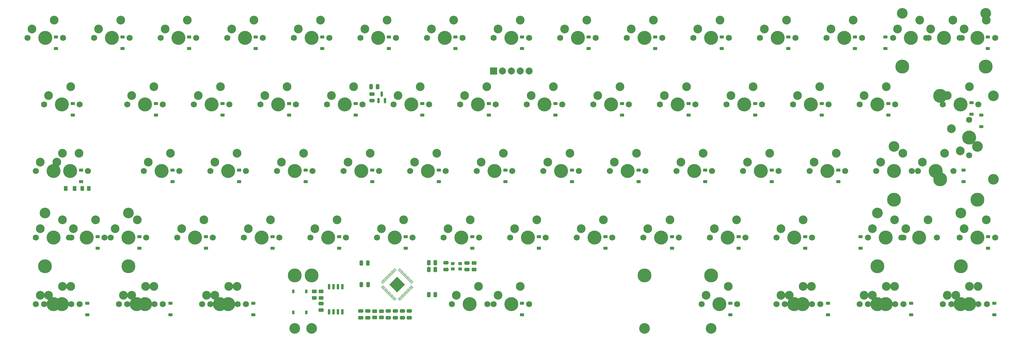
<source format=gbr>
%TF.GenerationSoftware,KiCad,Pcbnew,8.0.1*%
%TF.CreationDate,2025-05-08T03:48:04+09:00*%
%TF.ProjectId,neo60core_rp2040,6e656f36-3063-46f7-9265-5f7270323034,rev?*%
%TF.SameCoordinates,Original*%
%TF.FileFunction,Soldermask,Bot*%
%TF.FilePolarity,Negative*%
%FSLAX46Y46*%
G04 Gerber Fmt 4.6, Leading zero omitted, Abs format (unit mm)*
G04 Created by KiCad (PCBNEW 8.0.1) date 2025-05-08 03:48:04*
%MOMM*%
%LPD*%
G01*
G04 APERTURE LIST*
G04 Aperture macros list*
%AMRoundRect*
0 Rectangle with rounded corners*
0 $1 Rounding radius*
0 $2 $3 $4 $5 $6 $7 $8 $9 X,Y pos of 4 corners*
0 Add a 4 corners polygon primitive as box body*
4,1,4,$2,$3,$4,$5,$6,$7,$8,$9,$2,$3,0*
0 Add four circle primitives for the rounded corners*
1,1,$1+$1,$2,$3*
1,1,$1+$1,$4,$5*
1,1,$1+$1,$6,$7*
1,1,$1+$1,$8,$9*
0 Add four rect primitives between the rounded corners*
20,1,$1+$1,$2,$3,$4,$5,0*
20,1,$1+$1,$4,$5,$6,$7,0*
20,1,$1+$1,$6,$7,$8,$9,0*
20,1,$1+$1,$8,$9,$2,$3,0*%
%AMOutline5P*
0 Free polygon, 5 corners , with rotation*
0 The origin of the aperture is its center*
0 number of corners: always 5*
0 $1 to $10 corner X, Y*
0 $11 Rotation angle, in degrees counterclockwise*
0 create outline with 5 corners*
4,1,5,$1,$2,$3,$4,$5,$6,$7,$8,$9,$10,$1,$2,$11*%
%AMOutline6P*
0 Free polygon, 6 corners , with rotation*
0 The origin of the aperture is its center*
0 number of corners: always 6*
0 $1 to $12 corner X, Y*
0 $13 Rotation angle, in degrees counterclockwise*
0 create outline with 6 corners*
4,1,6,$1,$2,$3,$4,$5,$6,$7,$8,$9,$10,$11,$12,$1,$2,$13*%
%AMOutline7P*
0 Free polygon, 7 corners , with rotation*
0 The origin of the aperture is its center*
0 number of corners: always 7*
0 $1 to $14 corner X, Y*
0 $15 Rotation angle, in degrees counterclockwise*
0 create outline with 7 corners*
4,1,7,$1,$2,$3,$4,$5,$6,$7,$8,$9,$10,$11,$12,$13,$14,$1,$2,$15*%
%AMOutline8P*
0 Free polygon, 8 corners , with rotation*
0 The origin of the aperture is its center*
0 number of corners: always 8*
0 $1 to $16 corner X, Y*
0 $17 Rotation angle, in degrees counterclockwise*
0 create outline with 8 corners*
4,1,8,$1,$2,$3,$4,$5,$6,$7,$8,$9,$10,$11,$12,$13,$14,$15,$16,$1,$2,$17*%
G04 Aperture macros list end*
%ADD10C,1.750000*%
%ADD11C,4.000000*%
%ADD12C,2.500000*%
%ADD13C,2.000000*%
%ADD14R,2.000000X2.000000*%
%ADD15C,3.048000*%
%ADD16C,3.987800*%
%ADD17RoundRect,0.250000X0.250000X0.475000X-0.250000X0.475000X-0.250000X-0.475000X0.250000X-0.475000X0*%
%ADD18RoundRect,0.225000X0.375000X-0.225000X0.375000X0.225000X-0.375000X0.225000X-0.375000X-0.225000X0*%
%ADD19Outline5P,-0.500000X0.450000X0.500000X0.450000X0.500000X-0.225000X0.275000X-0.450000X-0.500000X-0.450000X0.000000*%
%ADD20R,1.000000X0.900000*%
%ADD21R,1.000000X1.400000*%
%ADD22RoundRect,0.250000X-0.475000X0.250000X-0.475000X-0.250000X0.475000X-0.250000X0.475000X0.250000X0*%
%ADD23RoundRect,0.150000X0.150000X-0.587500X0.150000X0.587500X-0.150000X0.587500X-0.150000X-0.587500X0*%
%ADD24RoundRect,0.250000X-0.250000X-0.475000X0.250000X-0.475000X0.250000X0.475000X-0.250000X0.475000X0*%
%ADD25RoundRect,0.250000X0.450000X-0.262500X0.450000X0.262500X-0.450000X0.262500X-0.450000X-0.262500X0*%
%ADD26RoundRect,0.150000X-0.150000X0.650000X-0.150000X-0.650000X0.150000X-0.650000X0.150000X0.650000X0*%
%ADD27RoundRect,0.250000X0.475000X-0.250000X0.475000X0.250000X-0.475000X0.250000X-0.475000X-0.250000X0*%
%ADD28RoundRect,0.225000X-0.375000X0.225000X-0.375000X-0.225000X0.375000X-0.225000X0.375000X0.225000X0*%
%ADD29RoundRect,0.050000X-0.309359X0.238649X0.238649X-0.309359X0.309359X-0.238649X-0.238649X0.309359X0*%
%ADD30RoundRect,0.050000X-0.309359X-0.238649X-0.238649X-0.309359X0.309359X0.238649X0.238649X0.309359X0*%
%ADD31RoundRect,0.144000X-2.059095X0.000000X0.000000X-2.059095X2.059095X0.000000X0.000000X2.059095X0*%
%ADD32RoundRect,0.250000X-0.450000X0.262500X-0.450000X-0.262500X0.450000X-0.262500X0.450000X0.262500X0*%
%ADD33RoundRect,0.250000X-0.262500X-0.450000X0.262500X-0.450000X0.262500X0.450000X-0.262500X0.450000X0*%
%ADD34R,0.750000X1.000000*%
G04 APERTURE END LIST*
D10*
%TO.C,MX47*%
X154463750Y-90487500D03*
D11*
X159543750Y-90487500D03*
D10*
X164623750Y-90487500D03*
D12*
X155733750Y-87947500D03*
X162083750Y-85407500D03*
%TD*%
D10*
%TO.C,MX27*%
X273526250Y-52387500D03*
D11*
X278606250Y-52387500D03*
D10*
X283686250Y-52387500D03*
D12*
X274796250Y-49847500D03*
X281146250Y-47307500D03*
%TD*%
D10*
%TO.C,MX20*%
X140176250Y-52387500D03*
D11*
X145256250Y-52387500D03*
D10*
X150336250Y-52387500D03*
D12*
X141446250Y-49847500D03*
X147796250Y-47307500D03*
%TD*%
D10*
%TO.C,MX28*%
X297338750Y-52387500D03*
D11*
X302418750Y-52387500D03*
D10*
X307498750Y-52387500D03*
D12*
X298608750Y-49847500D03*
X304958750Y-47307500D03*
%TD*%
D10*
%TO.C,MX35*%
X163988750Y-71437500D03*
D11*
X169068750Y-71437500D03*
D10*
X174148750Y-71437500D03*
D12*
X165258750Y-68897500D03*
X171608750Y-66357500D03*
%TD*%
D10*
%TO.C,MX5*%
X111601250Y-33337500D03*
D11*
X116681250Y-33337500D03*
D10*
X121761250Y-33337500D03*
D12*
X112871250Y-30797500D03*
X119221250Y-28257500D03*
%TD*%
D13*
%TO.C,J1*%
X178911249Y-42862500D03*
X176371250Y-42862500D03*
X173831250Y-42862500D03*
X171291250Y-42862500D03*
D14*
X168751251Y-42862500D03*
%TD*%
D10*
%TO.C,MX44*%
X97313750Y-90487500D03*
D11*
X102393750Y-90487500D03*
D10*
X107473750Y-90487500D03*
D12*
X98583750Y-87947500D03*
X104933750Y-85407500D03*
%TD*%
D10*
%TO.C,MX21*%
X159226250Y-52387500D03*
D11*
X164306250Y-52387500D03*
D10*
X169386250Y-52387500D03*
D12*
X160496250Y-49847500D03*
X166846250Y-47307500D03*
%TD*%
D10*
%TO.C,MX8*%
X168751250Y-33337500D03*
D11*
X173831250Y-33337500D03*
D10*
X178911250Y-33337500D03*
D12*
X170021250Y-30797500D03*
X176371250Y-28257500D03*
%TD*%
D10*
%TO.C,MX69*%
X87788750Y-109537500D03*
D11*
X92868750Y-109537500D03*
D10*
X97948750Y-109537500D03*
D12*
X89058750Y-106997500D03*
X95408750Y-104457500D03*
%TD*%
D10*
%TO.C,MX58*%
X228282500Y-109537500D03*
D11*
X233362500Y-109537500D03*
D10*
X238442500Y-109537500D03*
D12*
X229552500Y-106997500D03*
X235902500Y-104457500D03*
%TD*%
D10*
%TO.C,MX34*%
X144938750Y-71437500D03*
D11*
X150018750Y-71437500D03*
D10*
X155098750Y-71437500D03*
D12*
X146208750Y-68897500D03*
X152558750Y-66357500D03*
%TD*%
D10*
%TO.C,MX31*%
X87788750Y-71437500D03*
D11*
X92868750Y-71437500D03*
D10*
X97948750Y-71437500D03*
D12*
X89058750Y-68897500D03*
X95408750Y-66357500D03*
%TD*%
D10*
%TO.C,MX3*%
X73501250Y-33337500D03*
D11*
X78581250Y-33337500D03*
D10*
X83661250Y-33337500D03*
D12*
X74771250Y-30797500D03*
X81121250Y-28257500D03*
%TD*%
D10*
%TO.C,MX7*%
X149701250Y-33337500D03*
D11*
X154781250Y-33337500D03*
D10*
X159861250Y-33337500D03*
D12*
X150971250Y-30797500D03*
X157321250Y-28257500D03*
%TD*%
D10*
%TO.C,MX60*%
X275907500Y-109537500D03*
D11*
X280987500Y-109537500D03*
D10*
X286067500Y-109537500D03*
D12*
X277177500Y-106997500D03*
X283527500Y-104457500D03*
%TD*%
D10*
%TO.C,MX19*%
X121126250Y-52387500D03*
D11*
X126206250Y-52387500D03*
D10*
X131286250Y-52387500D03*
D12*
X122396250Y-49847500D03*
X128746250Y-47307500D03*
%TD*%
D10*
%TO.C,MX13*%
X264001250Y-33337500D03*
D11*
X269081250Y-33337500D03*
D10*
X274161250Y-33337500D03*
D12*
X265271250Y-30797500D03*
X271621250Y-28257500D03*
%TD*%
D10*
%TO.C,MX46*%
X135413750Y-90487500D03*
D11*
X140493750Y-90487500D03*
D10*
X145573750Y-90487500D03*
D12*
X136683750Y-87947500D03*
X143033750Y-85407500D03*
%TD*%
D10*
%TO.C,MX45*%
X116363750Y-90487500D03*
D11*
X121443750Y-90487500D03*
D10*
X126523750Y-90487500D03*
D12*
X117633750Y-87947500D03*
X123983750Y-85407500D03*
%TD*%
D10*
%TO.C,MX71*%
X273526250Y-109537500D03*
D11*
X278606250Y-109537500D03*
D10*
X283686250Y-109537500D03*
D12*
X274796250Y-106997500D03*
X281146250Y-104457500D03*
%TD*%
D10*
%TO.C,MX48*%
X173513750Y-90487500D03*
D11*
X178593750Y-90487500D03*
D10*
X183673750Y-90487500D03*
D12*
X174783750Y-87947500D03*
X181133750Y-85407500D03*
%TD*%
D10*
%TO.C,MX42*%
X47307500Y-90487500D03*
D11*
X52387500Y-90487500D03*
D10*
X57467500Y-90487500D03*
D12*
X48577500Y-87947500D03*
X54927500Y-85407500D03*
%TD*%
D15*
%TO.C,S41*%
X283337000Y-64452500D03*
D16*
X283337000Y-79662500D03*
D15*
X307213000Y-64452500D03*
D16*
X307213000Y-79662500D03*
%TD*%
D10*
%TO.C,MX4*%
X92551250Y-33337500D03*
D11*
X97631250Y-33337500D03*
D10*
X102711250Y-33337500D03*
D12*
X93821250Y-30797500D03*
X100171250Y-28257500D03*
%TD*%
D15*
%TO.C,S53*%
X278574500Y-83502500D03*
D16*
X278574500Y-98712500D03*
D15*
X302450500Y-83502500D03*
D16*
X302450500Y-98712500D03*
%TD*%
D10*
%TO.C,MX26*%
X254476250Y-52387500D03*
D11*
X259556250Y-52387500D03*
D10*
X264636250Y-52387500D03*
D12*
X255746250Y-49847500D03*
X262096250Y-47307500D03*
%TD*%
D10*
%TO.C,MX73*%
X168751250Y-109537500D03*
D11*
X173831250Y-109537500D03*
D10*
X178911250Y-109537500D03*
D12*
X170021250Y-106997500D03*
X176371250Y-104457500D03*
%TD*%
D10*
%TO.C,MX43*%
X78263750Y-90487500D03*
D11*
X83343750Y-90487500D03*
D10*
X88423750Y-90487500D03*
D12*
X79533750Y-87947500D03*
X85883750Y-85407500D03*
%TD*%
D10*
%TO.C,MX6*%
X130651250Y-33337500D03*
D11*
X135731250Y-33337500D03*
D10*
X140811250Y-33337500D03*
D12*
X131921250Y-30797500D03*
X138271250Y-28257500D03*
%TD*%
D10*
%TO.C,MX32*%
X106838750Y-71437500D03*
D11*
X111918750Y-71437500D03*
D10*
X116998750Y-71437500D03*
D12*
X108108750Y-68897500D03*
X114458750Y-66357500D03*
%TD*%
D10*
%TO.C,MX74*%
X278288751Y-71437500D03*
D11*
X283368750Y-71437500D03*
D10*
X288448749Y-71437500D03*
D12*
X279558750Y-68897500D03*
X285908750Y-66357500D03*
%TD*%
D15*
%TO.C,S57*%
X211925000Y-116522500D03*
D16*
X211925000Y-101312500D03*
D15*
X111925000Y-116522500D03*
D16*
X111925000Y-101312500D03*
%TD*%
D10*
%TO.C,MX17*%
X83026250Y-52387500D03*
D11*
X88106250Y-52387500D03*
D10*
X93186250Y-52387500D03*
D12*
X84296250Y-49847500D03*
X90646250Y-47307500D03*
%TD*%
D10*
%TO.C,MX10*%
X206851250Y-33337500D03*
D11*
X211931250Y-33337500D03*
D10*
X217011250Y-33337500D03*
D12*
X208121250Y-30797500D03*
X214471250Y-28257500D03*
%TD*%
D15*
%TO.C,S2*%
X311785000Y-49974500D03*
D16*
X296575000Y-49974500D03*
D15*
X311785000Y-73850500D03*
D16*
X296575000Y-73850500D03*
%TD*%
D10*
%TO.C,MX75*%
X304800000Y-66992499D03*
D11*
X304800000Y-61912500D03*
D10*
X304800000Y-56832501D03*
D12*
X302260000Y-65722500D03*
X299720000Y-59372500D03*
%TD*%
D10*
%TO.C,MX59*%
X252095000Y-109537500D03*
D11*
X257175000Y-109537500D03*
D10*
X262255000Y-109537500D03*
D12*
X253365000Y-106997500D03*
X259715000Y-104457500D03*
%TD*%
D10*
%TO.C,MX15*%
X40163750Y-52387500D03*
D11*
X45243750Y-52387500D03*
D10*
X50323750Y-52387500D03*
D12*
X41433750Y-49847500D03*
X47783750Y-47307500D03*
%TD*%
D10*
%TO.C,MX9*%
X187801250Y-33337500D03*
D11*
X192881250Y-33337500D03*
D10*
X197961250Y-33337500D03*
D12*
X189071250Y-30797500D03*
X195421250Y-28257500D03*
%TD*%
D10*
%TO.C,MX55*%
X61595000Y-109537500D03*
D11*
X66675000Y-109537500D03*
D10*
X71755000Y-109537500D03*
D12*
X62865000Y-106997500D03*
X69215000Y-104457500D03*
%TD*%
D10*
%TO.C,MX56*%
X85407500Y-109537500D03*
D11*
X90487500Y-109537500D03*
D10*
X95567500Y-109537500D03*
D12*
X86677500Y-106997500D03*
X93027500Y-104457500D03*
%TD*%
D10*
%TO.C,MX77*%
X59213750Y-90487500D03*
D11*
X64293750Y-90487500D03*
D10*
X69373750Y-90487500D03*
D12*
X60483750Y-87947500D03*
X66833750Y-85407500D03*
%TD*%
D10*
%TO.C,MX61*%
X299720000Y-109537500D03*
D11*
X304800000Y-109537500D03*
D10*
X309880000Y-109537500D03*
D12*
X300990000Y-106997500D03*
X307340000Y-104457500D03*
%TD*%
D10*
%TO.C,MX50*%
X211613750Y-90487500D03*
D11*
X216693750Y-90487500D03*
D10*
X221773750Y-90487500D03*
D12*
X212883750Y-87947500D03*
X219233750Y-85407500D03*
%TD*%
D10*
%TO.C,MX25*%
X235426250Y-52387500D03*
D11*
X240506250Y-52387500D03*
D10*
X245586250Y-52387500D03*
D12*
X236696250Y-49847500D03*
X243046250Y-47307500D03*
%TD*%
D10*
%TO.C,MX41*%
X290195000Y-71437500D03*
D11*
X295275000Y-71437500D03*
D10*
X300355000Y-71437500D03*
D12*
X291465000Y-68897500D03*
X297815000Y-66357500D03*
%TD*%
D10*
%TO.C,MX66*%
X302101250Y-90487500D03*
D11*
X307181250Y-90487500D03*
D10*
X312261250Y-90487500D03*
D12*
X303371250Y-87947500D03*
X309721250Y-85407500D03*
%TD*%
D15*
%TO.C,S1*%
X230981250Y-116522499D03*
D16*
X230981250Y-101312500D03*
D15*
X116681250Y-116522499D03*
D16*
X116681250Y-101312500D03*
%TD*%
D10*
%TO.C,MX36*%
X183038750Y-71437500D03*
D11*
X188118750Y-71437500D03*
D10*
X193198750Y-71437500D03*
D12*
X184308750Y-68897500D03*
X190658750Y-66357500D03*
%TD*%
D10*
%TO.C,MX65*%
X37782500Y-71437500D03*
D11*
X42862500Y-71437500D03*
D10*
X47942500Y-71437500D03*
D12*
X39052500Y-68897500D03*
X45402500Y-66357500D03*
%TD*%
D10*
%TO.C,MX24*%
X216376250Y-52387500D03*
D11*
X221456250Y-52387500D03*
D10*
X226536250Y-52387500D03*
D12*
X217646250Y-49847500D03*
X223996250Y-47307500D03*
%TD*%
D10*
%TO.C,MX12*%
X244951250Y-33337500D03*
D11*
X250031250Y-33337500D03*
D10*
X255111250Y-33337500D03*
D12*
X246221250Y-30797500D03*
X252571250Y-28257500D03*
%TD*%
D10*
%TO.C,MX53*%
X285432500Y-90487500D03*
D11*
X290512500Y-90487500D03*
D10*
X295592500Y-90487500D03*
D12*
X286702500Y-87947500D03*
X293052500Y-85407500D03*
%TD*%
D10*
%TO.C,MX11*%
X225901250Y-33337500D03*
D11*
X230981250Y-33337500D03*
D10*
X236061250Y-33337500D03*
D12*
X227171250Y-30797500D03*
X233521250Y-28257500D03*
%TD*%
D10*
%TO.C,MX2*%
X54451250Y-33337500D03*
D11*
X59531250Y-33337500D03*
D10*
X64611250Y-33337500D03*
D12*
X55721250Y-30797500D03*
X62071250Y-28257500D03*
%TD*%
D10*
%TO.C,MX54*%
X37782500Y-109537500D03*
D11*
X42862500Y-109537500D03*
D10*
X47942500Y-109537500D03*
D12*
X39052500Y-106997500D03*
X45402500Y-104457500D03*
%TD*%
D10*
%TO.C,MX76*%
X37782500Y-90487500D03*
D11*
X42862500Y-90487500D03*
D10*
X47942500Y-90487500D03*
D12*
X39052500Y-87947500D03*
X45402500Y-85407500D03*
%TD*%
D10*
%TO.C,MX33*%
X125888750Y-71437500D03*
D11*
X130968750Y-71437500D03*
D10*
X136048750Y-71437500D03*
D12*
X127158750Y-68897500D03*
X133508750Y-66357500D03*
%TD*%
D10*
%TO.C,MX72*%
X297338750Y-109537500D03*
D11*
X302418750Y-109537500D03*
D10*
X307498750Y-109537500D03*
D12*
X298608750Y-106997500D03*
X304958750Y-104457500D03*
%TD*%
D10*
%TO.C,MX23*%
X197326250Y-52387500D03*
D11*
X202406250Y-52387500D03*
D10*
X207486250Y-52387500D03*
D12*
X198596250Y-49847500D03*
X204946250Y-47307500D03*
%TD*%
D10*
%TO.C,MX52*%
X249713750Y-90487500D03*
D11*
X254793750Y-90487500D03*
D10*
X259873750Y-90487500D03*
D12*
X250983750Y-87947500D03*
X257333750Y-85407500D03*
%TD*%
D10*
%TO.C,MX37*%
X202088750Y-71437500D03*
D11*
X207168750Y-71437500D03*
D10*
X212248750Y-71437500D03*
D12*
X203358750Y-68897500D03*
X209708750Y-66357500D03*
%TD*%
D10*
%TO.C,MX16*%
X63976250Y-52387500D03*
D11*
X69056250Y-52387500D03*
D10*
X74136250Y-52387500D03*
D12*
X65246250Y-49847500D03*
X71596250Y-47307500D03*
%TD*%
D10*
%TO.C,MX51*%
X230663750Y-90487500D03*
D11*
X235743750Y-90487500D03*
D10*
X240823750Y-90487500D03*
D12*
X231933750Y-87947500D03*
X238283750Y-85407500D03*
%TD*%
D10*
%TO.C,MX39*%
X240188750Y-71437500D03*
D11*
X245268750Y-71437500D03*
D10*
X250348750Y-71437500D03*
D12*
X241458750Y-68897500D03*
X247808750Y-66357500D03*
%TD*%
D10*
%TO.C,MX62*%
X275907500Y-90487500D03*
D11*
X280987500Y-90487500D03*
D10*
X286067500Y-90487500D03*
D12*
X277177500Y-87947500D03*
X283527500Y-85407500D03*
%TD*%
D10*
%TO.C,MX38*%
X221138750Y-71437500D03*
D11*
X226218750Y-71437500D03*
D10*
X231298750Y-71437500D03*
D12*
X222408750Y-68897500D03*
X228758750Y-66357500D03*
%TD*%
D10*
%TO.C,MX1*%
X35401250Y-33337500D03*
D11*
X40481250Y-33337500D03*
D10*
X45561250Y-33337500D03*
D12*
X36671250Y-30797500D03*
X43021250Y-28257500D03*
%TD*%
D10*
%TO.C,MX40*%
X259238750Y-71437500D03*
D11*
X264318750Y-71437500D03*
D10*
X269398750Y-71437500D03*
D12*
X260508750Y-68897500D03*
X266858750Y-66357500D03*
%TD*%
D10*
%TO.C,MX18*%
X102076250Y-52387500D03*
D11*
X107156250Y-52387500D03*
D10*
X112236250Y-52387500D03*
D12*
X103346250Y-49847500D03*
X109696250Y-47307500D03*
%TD*%
D10*
%TO.C,MX70*%
X249713750Y-109537500D03*
D11*
X254793750Y-109537500D03*
D10*
X259873750Y-109537500D03*
D12*
X250983750Y-106997500D03*
X257333750Y-104457500D03*
%TD*%
D15*
%TO.C,S14*%
X285718250Y-26352500D03*
D16*
X285718250Y-41562500D03*
D15*
X309594250Y-26352500D03*
D16*
X309594250Y-41562500D03*
%TD*%
D15*
%TO.C,S42*%
X40449500Y-83502500D03*
D16*
X40449500Y-98712500D03*
D15*
X64325500Y-83502500D03*
D16*
X64325500Y-98712500D03*
%TD*%
D10*
%TO.C,MX49*%
X192563750Y-90487500D03*
D11*
X197643750Y-90487500D03*
D10*
X202723750Y-90487500D03*
D12*
X193833750Y-87947500D03*
X200183750Y-85407500D03*
%TD*%
D10*
%TO.C,MX29*%
X42545000Y-71437500D03*
D11*
X47625000Y-71437500D03*
D10*
X52705000Y-71437500D03*
D12*
X43815000Y-68897500D03*
X50165000Y-66357500D03*
%TD*%
D10*
%TO.C,MX57*%
X156845000Y-109537500D03*
D11*
X161925000Y-109537500D03*
D10*
X167005000Y-109537500D03*
D12*
X158115000Y-106997500D03*
X164465000Y-104457500D03*
%TD*%
D10*
%TO.C,MX68*%
X63976250Y-109537500D03*
D11*
X69056250Y-109537500D03*
D10*
X74136250Y-109537500D03*
D12*
X65246250Y-106997500D03*
X71596250Y-104457500D03*
%TD*%
D10*
%TO.C,MX30*%
X68738750Y-71437500D03*
D11*
X73818750Y-71437500D03*
D10*
X78898750Y-71437500D03*
D12*
X70008750Y-68897500D03*
X76358750Y-66357500D03*
%TD*%
D10*
%TO.C,MX63*%
X283051250Y-33337500D03*
D11*
X288131250Y-33337500D03*
D10*
X293211250Y-33337500D03*
D12*
X284321250Y-30797500D03*
X290671250Y-28257500D03*
%TD*%
D10*
%TO.C,MX67*%
X40163750Y-109537500D03*
D11*
X45243750Y-109537500D03*
D10*
X50323750Y-109537500D03*
D12*
X41433750Y-106997500D03*
X47783750Y-104457500D03*
%TD*%
D10*
%TO.C,MX22*%
X178276250Y-52387500D03*
D11*
X183356250Y-52387500D03*
D10*
X188436250Y-52387500D03*
D12*
X179546250Y-49847500D03*
X185896250Y-47307500D03*
%TD*%
D10*
%TO.C,MX14*%
X292576250Y-33337500D03*
D11*
X297656250Y-33337500D03*
D10*
X302736250Y-33337500D03*
D12*
X293846250Y-30797500D03*
X300196250Y-28257500D03*
%TD*%
D10*
%TO.C,MX64*%
X302101250Y-33337500D03*
D11*
X307181250Y-33337500D03*
D10*
X312261250Y-33337500D03*
D12*
X303371250Y-30797500D03*
X309721250Y-28257500D03*
%TD*%
D17*
%TO.C,C7*%
X152125000Y-97675000D03*
X150225000Y-97675000D03*
%TD*%
D18*
%TO.C,D30*%
X76937500Y-74468750D03*
X76937500Y-71168750D03*
%TD*%
D19*
%TO.C,Y1*%
X157100000Y-97900000D03*
D20*
X159250000Y-97900000D03*
X159250000Y-99450000D03*
X157100000Y-99450000D03*
%TD*%
D21*
%TO.C,D65*%
X46375001Y-76475000D03*
X48874999Y-76475000D03*
%TD*%
D18*
%TO.C,D20*%
X148375000Y-55418750D03*
X148375000Y-52118750D03*
%TD*%
%TO.C,D2*%
X62650000Y-36368750D03*
X62650000Y-33068750D03*
%TD*%
D17*
%TO.C,C12*%
X135625000Y-47350000D03*
X133725000Y-47350000D03*
%TD*%
D18*
%TO.C,D66*%
X67412500Y-93518750D03*
X67412500Y-90218750D03*
%TD*%
%TO.C,D55*%
X76306250Y-112568750D03*
X76306250Y-109268750D03*
%TD*%
%TO.C,D23*%
X205525000Y-55418750D03*
X205525000Y-52118750D03*
%TD*%
D22*
%TO.C,C16*%
X119400000Y-109350001D03*
X119400000Y-111249999D03*
%TD*%
D18*
%TO.C,D3*%
X81700000Y-36368750D03*
X81700000Y-33068750D03*
%TD*%
%TO.C,D62*%
X273737500Y-93518750D03*
X273737500Y-90218750D03*
%TD*%
%TO.C,D22*%
X186475000Y-55418750D03*
X186475000Y-52118750D03*
%TD*%
D23*
%TO.C,U2*%
X137712501Y-51287500D03*
X135812501Y-51287500D03*
X136762501Y-49412499D03*
%TD*%
D24*
%TO.C,C5*%
X130975001Y-103937214D03*
X132874999Y-103937214D03*
%TD*%
D18*
%TO.C,D44*%
X105512500Y-93518750D03*
X105512500Y-90218750D03*
%TD*%
%TO.C,D24*%
X224575000Y-55418750D03*
X224575000Y-52118750D03*
%TD*%
%TO.C,D14*%
X280881250Y-36368750D03*
X280881250Y-33068750D03*
%TD*%
%TO.C,D17*%
X91225000Y-55418750D03*
X91225000Y-52118750D03*
%TD*%
%TO.C,D60*%
X288237500Y-112568750D03*
X288237500Y-109268750D03*
%TD*%
%TO.C,D45*%
X124562500Y-93518750D03*
X124562500Y-90218750D03*
%TD*%
%TO.C,D29*%
X50743750Y-74468750D03*
X50743750Y-71168750D03*
%TD*%
%TO.C,D58*%
X236481250Y-112568750D03*
X236481250Y-109268750D03*
%TD*%
%TO.C,D13*%
X272200000Y-36368750D03*
X272200000Y-33068750D03*
%TD*%
%TO.C,D39*%
X248387500Y-74468750D03*
X248387500Y-71168750D03*
%TD*%
%TO.C,D18*%
X110275000Y-55418750D03*
X110275000Y-52118750D03*
%TD*%
D25*
%TO.C,R6*%
X117450000Y-107762500D03*
X117450000Y-105937500D03*
%TD*%
D18*
%TO.C,D11*%
X234100000Y-36368750D03*
X234100000Y-33068750D03*
%TD*%
%TO.C,D26*%
X262675000Y-55418750D03*
X262675000Y-52118750D03*
%TD*%
%TO.C,D31*%
X95987500Y-74468750D03*
X95987500Y-71168750D03*
%TD*%
%TO.C,D4*%
X100750000Y-36368750D03*
X100750000Y-33068750D03*
%TD*%
%TO.C,D7*%
X157900000Y-36368750D03*
X157900000Y-33068750D03*
%TD*%
%TO.C,D40*%
X267437500Y-74468750D03*
X267437500Y-71168750D03*
%TD*%
%TO.C,D56*%
X100012500Y-112568750D03*
X100012500Y-109268750D03*
%TD*%
%TO.C,D52*%
X257912500Y-93518750D03*
X257912500Y-90218750D03*
%TD*%
%TO.C,D46*%
X143612500Y-93518750D03*
X143612500Y-90218750D03*
%TD*%
%TO.C,D61*%
X312050000Y-112568750D03*
X312050000Y-109268750D03*
%TD*%
%TO.C,D36*%
X191237500Y-74468750D03*
X191237500Y-71168750D03*
%TD*%
%TO.C,D6*%
X138850000Y-36368750D03*
X138850000Y-33068750D03*
%TD*%
%TO.C,D43*%
X86462500Y-93518750D03*
X86462500Y-90218750D03*
%TD*%
%TO.C,D51*%
X238862500Y-93518750D03*
X238862500Y-90218750D03*
%TD*%
D26*
%TO.C,U3*%
X121720000Y-104525000D03*
X122990000Y-104525000D03*
X124260000Y-104525000D03*
X125530000Y-104525000D03*
X125530000Y-111725000D03*
X124260000Y-111725000D03*
X122990000Y-111725000D03*
X121720000Y-111725000D03*
%TD*%
D18*
%TO.C,D54*%
X52493750Y-112568750D03*
X52493750Y-109268750D03*
%TD*%
%TO.C,D42*%
X55506250Y-93518750D03*
X55506250Y-90218750D03*
%TD*%
%TO.C,D32*%
X115037500Y-74468750D03*
X115037500Y-71168750D03*
%TD*%
D27*
%TO.C,C14*%
X155175000Y-99600000D03*
X155175000Y-97700002D03*
%TD*%
D18*
%TO.C,D12*%
X253150000Y-36368750D03*
X253150000Y-33068750D03*
%TD*%
%TO.C,D28*%
X305537500Y-55175000D03*
X305537500Y-51875000D03*
%TD*%
D27*
%TO.C,C13*%
X133950000Y-51299999D03*
X133950000Y-49400001D03*
%TD*%
D18*
%TO.C,D15*%
X48362500Y-55418750D03*
X48362500Y-52118750D03*
%TD*%
D22*
%TO.C,C9*%
X130800000Y-111525001D03*
X130800000Y-113424999D03*
%TD*%
D27*
%TO.C,C1*%
X142675000Y-113424998D03*
X142675000Y-111525000D03*
%TD*%
D18*
%TO.C,D35*%
X172187500Y-74468750D03*
X172187500Y-71168750D03*
%TD*%
D22*
%TO.C,C8*%
X140675000Y-111525000D03*
X140675000Y-113424998D03*
%TD*%
D18*
%TO.C,D8*%
X176950000Y-36368750D03*
X176950000Y-33068750D03*
%TD*%
%TO.C,D25*%
X243625000Y-55418750D03*
X243625000Y-52118750D03*
%TD*%
%TO.C,D27*%
X281725000Y-55418750D03*
X281725000Y-52118750D03*
%TD*%
%TO.C,D53*%
X310300000Y-93518750D03*
X310300000Y-90218750D03*
%TD*%
D24*
%TO.C,C10*%
X150225001Y-99675000D03*
X152124999Y-99675000D03*
%TD*%
D28*
%TO.C,D63*%
X308275000Y-55425000D03*
X308275000Y-58725000D03*
%TD*%
D18*
%TO.C,D19*%
X129325000Y-55418750D03*
X129325000Y-52118750D03*
%TD*%
%TO.C,D41*%
X303225000Y-74468750D03*
X303225000Y-71168750D03*
%TD*%
D29*
%TO.C,U1*%
X136907270Y-103345012D03*
X137190113Y-103062169D03*
X137472955Y-102779327D03*
X137755798Y-102496484D03*
X138038641Y-102213641D03*
X138321483Y-101930799D03*
X138604326Y-101647956D03*
X138887169Y-101365113D03*
X139170012Y-101082270D03*
X139452854Y-100799428D03*
X139735697Y-100516585D03*
X140018540Y-100233742D03*
X140301382Y-99950900D03*
X140584225Y-99668057D03*
D30*
X141768629Y-99668057D03*
X142051472Y-99950900D03*
X142334314Y-100233742D03*
X142617157Y-100516585D03*
X142900000Y-100799428D03*
X143182842Y-101082270D03*
X143465685Y-101365113D03*
X143748528Y-101647956D03*
X144031371Y-101930799D03*
X144314213Y-102213641D03*
X144597056Y-102496484D03*
X144879899Y-102779327D03*
X145162741Y-103062169D03*
X145445584Y-103345012D03*
D29*
X145445584Y-104529416D03*
X145162741Y-104812259D03*
X144879899Y-105095101D03*
X144597056Y-105377944D03*
X144314213Y-105660787D03*
X144031371Y-105943629D03*
X143748528Y-106226472D03*
X143465685Y-106509315D03*
X143182842Y-106792158D03*
X142900000Y-107075000D03*
X142617157Y-107357843D03*
X142334314Y-107640686D03*
X142051472Y-107923528D03*
X141768629Y-108206371D03*
D30*
X140584225Y-108206371D03*
X140301382Y-107923528D03*
X140018540Y-107640686D03*
X139735697Y-107357843D03*
X139452854Y-107075000D03*
X139170012Y-106792158D03*
X138887169Y-106509315D03*
X138604326Y-106226472D03*
X138321483Y-105943629D03*
X138038641Y-105660787D03*
X137755798Y-105377944D03*
X137472955Y-105095101D03*
X137190113Y-104812259D03*
X136907270Y-104529416D03*
D31*
X141176427Y-103937214D03*
%TD*%
D27*
%TO.C,C2*%
X144675000Y-113424998D03*
X144675000Y-111525000D03*
%TD*%
D18*
%TO.C,D57*%
X176950000Y-112568750D03*
X176950000Y-109268750D03*
%TD*%
D27*
%TO.C,C3*%
X132800000Y-113424999D03*
X132800000Y-111525001D03*
%TD*%
D18*
%TO.C,D10*%
X215050000Y-36368750D03*
X215050000Y-33068750D03*
%TD*%
D24*
%TO.C,C6*%
X130900001Y-97750000D03*
X132799999Y-97750000D03*
%TD*%
D32*
%TO.C,R2*%
X136704327Y-111545342D03*
X136704327Y-113370342D03*
%TD*%
D18*
%TO.C,D16*%
X72175000Y-55418750D03*
X72175000Y-52118750D03*
%TD*%
%TO.C,D48*%
X181712500Y-93518750D03*
X181712500Y-90218750D03*
%TD*%
%TO.C,D5*%
X119800000Y-36368750D03*
X119800000Y-33068750D03*
%TD*%
D25*
%TO.C,R1*%
X134779327Y-113370342D03*
X134779327Y-111545342D03*
%TD*%
D22*
%TO.C,C15*%
X161200000Y-97775001D03*
X161200000Y-99674999D03*
%TD*%
D18*
%TO.C,D37*%
X210287500Y-74468750D03*
X210287500Y-71168750D03*
%TD*%
%TO.C,D64*%
X310157813Y-36368750D03*
X310157813Y-33068750D03*
%TD*%
%TO.C,D59*%
X264425000Y-112568750D03*
X264425000Y-109268750D03*
%TD*%
%TO.C,D21*%
X167425000Y-55418750D03*
X167425000Y-52118750D03*
%TD*%
%TO.C,D50*%
X219812500Y-93518750D03*
X219812500Y-90218750D03*
%TD*%
%TO.C,D9*%
X196000000Y-36368750D03*
X196000000Y-33068750D03*
%TD*%
D25*
%TO.C,R5*%
X119400000Y-107762500D03*
X119400000Y-105937500D03*
%TD*%
D18*
%TO.C,D38*%
X229337500Y-74468750D03*
X229337500Y-71168750D03*
%TD*%
D22*
%TO.C,C11*%
X138675000Y-111525001D03*
X138675000Y-113424999D03*
%TD*%
D28*
%TO.C,D1*%
X43600000Y-33068750D03*
X43600000Y-36368750D03*
%TD*%
D18*
%TO.C,D34*%
X153137500Y-74468750D03*
X153137500Y-71168750D03*
%TD*%
D17*
%TO.C,C4*%
X152124999Y-106825000D03*
X150225001Y-106825000D03*
%TD*%
D18*
%TO.C,D49*%
X200762500Y-93518750D03*
X200762500Y-90218750D03*
%TD*%
D33*
%TO.C,R3*%
X51125000Y-76475000D03*
X52950000Y-76475000D03*
%TD*%
D34*
%TO.C,BOOTSEL1*%
X111431251Y-105917500D03*
X111431251Y-111917500D03*
X115181251Y-105917500D03*
X115181251Y-111917500D03*
%TD*%
D18*
%TO.C,D33*%
X134087500Y-74468750D03*
X134087500Y-71168750D03*
%TD*%
%TO.C,D47*%
X162662500Y-93518750D03*
X162662500Y-90218750D03*
%TD*%
D25*
%TO.C,R4*%
X163200000Y-99637500D03*
X163200000Y-97812500D03*
%TD*%
M02*

</source>
